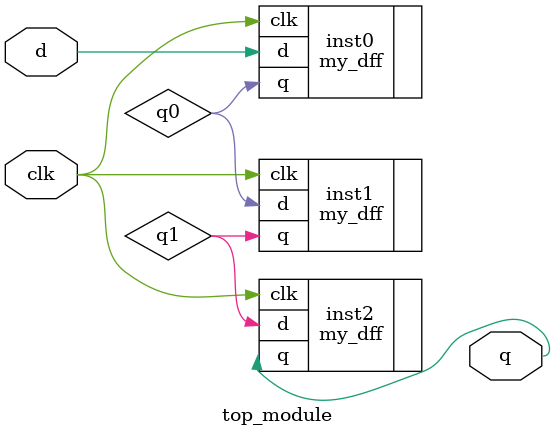
<source format=v>
module top_module ( input clk, input d, output q );
    wire q0,q1;
    my_dff inst0( .clk(clk), .d(d), .q(q0) );
    my_dff inst1( .clk(clk), .d(q0), .q(q1) );
    my_dff inst2( .clk(clk), .d(q1), .q(q) );
endmodule

</source>
